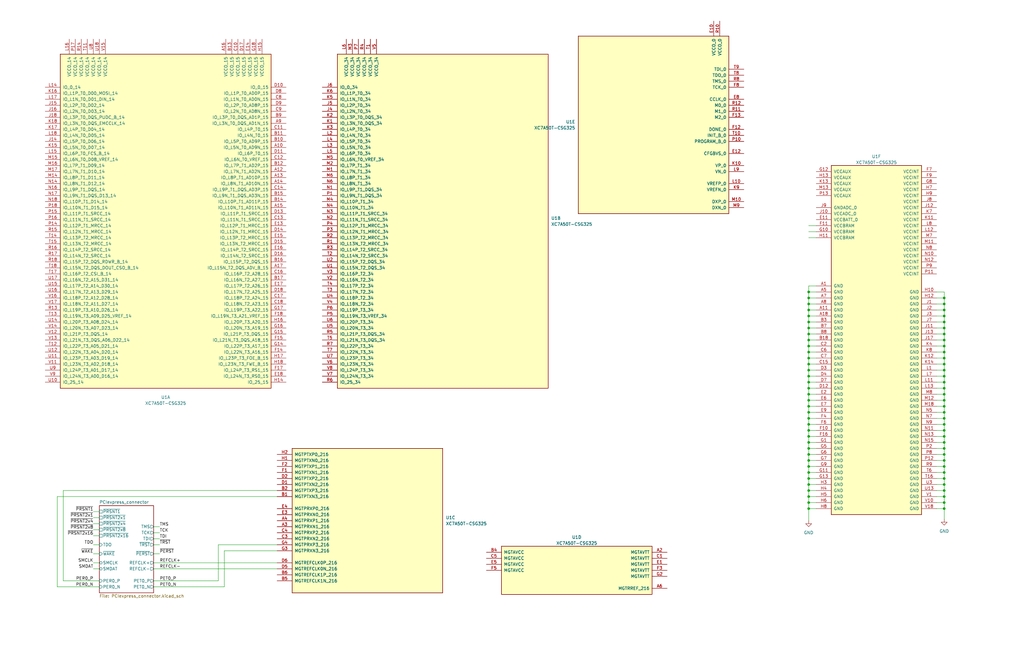
<source format=kicad_sch>
(kicad_sch (version 20230121) (generator eeschema)
  (paper "B")
  (title_block (title "PCIexpress_x1_low") (company "Author: Luca Anastasio"))
  (lib_symbols
    (symbol "FPGA_Xilinx_Artix7:XC7A50T-CSG325" (pin_names (offset 1.016))
      (property "Reference" "U" (at 0 1.27 0))
      (property "Value" "XC7A50T-CSG325" (at 0 -1.27 0))
      (symbol "XC7A50T-CSG325_1_1"
        (rectangle (start -44.45 67.31) (end 44.45 -73.66) (stroke (width 0.254)) (fill (type background)))
        (pin bidirectional line (at 50.8 27.94 180) (length 6.35) (name "IO_L5N_T0_AD9N_15") (number "A10"))
        (pin bidirectional line (at 50.8 17.78 180) (length 6.35) (name "IO_L7N_T1_AD2N_15") (number "A12"))
        (pin bidirectional line (at 50.8 15.24 180) (length 6.35) (name "IO_L8P_T1_AD10P_15") (number "A13"))
        (pin bidirectional line (at 50.8 12.7 180) (length 6.35) (name "IO_L8N_T1_AD10N_15") (number "A14"))
        (pin bidirectional line (at 50.8 2.54 180) (length 6.35) (name "IO_L10N_T1_AD11N_15") (number "A15"))
        (pin power_in line (at 25.4 73.66 270) (length 6.35) (name "VCCO_15") (number "A16"))
        (pin bidirectional line (at 50.8 -22.86 180) (length 6.35) (name "IO_L15N_T2_DQS_ADV_B_15") (number "A17"))
        (pin bidirectional line (at 50.8 38.1 180) (length 6.35) (name "IO_L3N_T0_DQS_AD1N_15") (number "A9"))
        (pin bidirectional line (at 50.8 30.48 180) (length 6.35) (name "IO_L5P_T0_AD9P_15") (number "B10"))
        (pin bidirectional line (at 50.8 33.02 180) (length 6.35) (name "IO_L4N_T0_15") (number "B11"))
        (pin bidirectional line (at 50.8 20.32 180) (length 6.35) (name "IO_L7P_T1_AD2P_15") (number "B12"))
        (pin power_in line (at 27.94 73.66 270) (length 6.35) (name "VCCO_15") (number "B13"))
        (pin bidirectional line (at 50.8 5.08 180) (length 6.35) (name "IO_L10P_T1_AD11P_15") (number "B14"))
        (pin bidirectional line (at 50.8 7.62 180) (length 6.35) (name "IO_L9N_T1_DQS_AD3N_15") (number "B15"))
        (pin bidirectional line (at 50.8 -20.32 180) (length 6.35) (name "IO_L15P_T2_DQS_15") (number "B16"))
        (pin bidirectional line (at 50.8 -27.94 180) (length 6.35) (name "IO_L16N_T2_A27_15") (number "B17"))
        (pin bidirectional line (at 50.8 40.64 180) (length 6.35) (name "IO_L3P_T0_DQS_AD1P_15") (number "B9"))
        (pin power_in line (at 30.48 73.66 270) (length 6.35) (name "VCCO_15") (number "C10"))
        (pin bidirectional line (at 50.8 35.56 180) (length 6.35) (name "IO_L4P_T0_15") (number "C11"))
        (pin bidirectional line (at 50.8 22.86 180) (length 6.35) (name "IO_L6N_T0_VREF_15") (number "C12"))
        (pin bidirectional line (at 50.8 -2.54 180) (length 6.35) (name "IO_L11N_T1_SRCC_15") (number "C13"))
        (pin bidirectional line (at 50.8 10.16 180) (length 6.35) (name "IO_L9P_T1_DQS_AD3P_15") (number "C14"))
        (pin bidirectional line (at 50.8 -25.4 180) (length 6.35) (name "IO_L16P_T2_A28_15") (number "C16"))
        (pin bidirectional line (at 50.8 -35.56 180) (length 6.35) (name "IO_L18P_T2_A24_15") (number "C17"))
        (pin bidirectional line (at 50.8 -38.1 180) (length 6.35) (name "IO_L18N_T2_A23_15") (number "C18"))
        (pin bidirectional line (at 50.8 48.26 180) (length 6.35) (name "IO_L1N_T0_AD0N_15") (number "C8"))
        (pin bidirectional line (at 50.8 43.18 180) (length 6.35) (name "IO_L2N_T0_AD8N_15") (number "C9"))
        (pin bidirectional line (at 50.8 53.34 180) (length 6.35) (name "IO_0_15") (number "D10"))
        (pin bidirectional line (at 50.8 25.4 180) (length 6.35) (name "IO_L6P_T0_15") (number "D11"))
        (pin bidirectional line (at 50.8 0 180) (length 6.35) (name "IO_L11P_T1_SRCC_15") (number "D13"))
        (pin bidirectional line (at 50.8 -7.62 180) (length 6.35) (name "IO_L12N_T1_MRCC_15") (number "D14"))
        (pin bidirectional line (at 50.8 -12.7 180) (length 6.35) (name "IO_L13N_T2_MRCC_15") (number "D15"))
        (pin bidirectional line (at 50.8 -17.78 180) (length 6.35) (name "IO_L14N_T2_SRCC_15") (number "D16"))
        (pin power_in line (at 33.02 73.66 270) (length 6.35) (name "VCCO_15") (number "D17"))
        (pin bidirectional line (at 50.8 -33.02 180) (length 6.35) (name "IO_L17N_T2_A25_15") (number "D18"))
        (pin bidirectional line (at 50.8 50.8 180) (length 6.35) (name "IO_L1P_T0_AD0P_15") (number "D8"))
        (pin bidirectional line (at 50.8 45.72 180) (length 6.35) (name "IO_L2P_T0_AD8P_15") (number "D9"))
        (pin bidirectional line (at 50.8 -5.08 180) (length 6.35) (name "IO_L12P_T1_MRCC_15") (number "E13"))
        (pin power_in line (at 35.56 73.66 270) (length 6.35) (name "VCCO_15") (number "E14"))
        (pin bidirectional line (at 50.8 -10.16 180) (length 6.35) (name "IO_L13P_T2_MRCC_15") (number "E15"))
        (pin bidirectional line (at 50.8 -15.24 180) (length 6.35) (name "IO_L14P_T2_SRCC_15") (number "E16"))
        (pin bidirectional line (at 50.8 -30.48 180) (length 6.35) (name "IO_L17P_T2_A26_15") (number "E17"))
        (pin bidirectional line (at 50.8 -68.58 180) (length 6.35) (name "IO_L24N_T3_RS0_15") (number "E18"))
        (pin bidirectional line (at 50.8 -58.42 180) (length 6.35) (name "IO_L22N_T3_A16_15") (number "F14"))
        (pin bidirectional line (at 50.8 -53.34 180) (length 6.35) (name "IO_L21N_T3_DQS_A18_15") (number "F15"))
        (pin bidirectional line (at 50.8 -66.04 180) (length 6.35) (name "IO_L24P_T3_RS1_15") (number "F17"))
        (pin bidirectional line (at 50.8 -43.18 180) (length 6.35) (name "IO_L19N_T3_A21_VREF_15") (number "F18"))
        (pin bidirectional line (at 50.8 -55.88 180) (length 6.35) (name "IO_L22P_T3_A17_15") (number "G14"))
        (pin bidirectional line (at 50.8 -50.8 180) (length 6.35) (name "IO_L21P_T3_DQS_15") (number "G15"))
        (pin bidirectional line (at 50.8 -48.26 180) (length 6.35) (name "IO_L20N_T3_A19_15") (number "G16"))
        (pin bidirectional line (at 50.8 -40.64 180) (length 6.35) (name "IO_L19P_T3_A22_15") (number "G17"))
        (pin power_in line (at 38.1 73.66 270) (length 6.35) (name "VCCO_15") (number "G18"))
        (pin bidirectional line (at 50.8 -71.12 180) (length 6.35) (name "IO_25_15") (number "H14"))
        (pin power_in line (at 40.64 73.66 270) (length 6.35) (name "VCCO_15") (number "H15"))
        (pin bidirectional line (at 50.8 -45.72 180) (length 6.35) (name "IO_L20P_T3_A20_15") (number "H16"))
        (pin bidirectional line (at 50.8 -60.96 180) (length 6.35) (name "IO_L23P_T3_FOE_B_15") (number "H17"))
        (pin bidirectional line (at 50.8 -63.5 180) (length 6.35) (name "IO_L23N_T3_FWE_B_15") (number "H18"))
        (pin bidirectional line (at -50.8 30.48 0) (length 6.35) (name "IO_L5P_T0_D06_14") (number "J14"))
        (pin bidirectional line (at -50.8 45.72 0) (length 6.35) (name "IO_L2P_T0_D02_14") (number "J15"))
        (pin bidirectional line (at -50.8 43.18 0) (length 6.35) (name "IO_L2N_T0_D03_14") (number "J16"))
        (pin bidirectional line (at -50.8 40.64 0) (length 6.35) (name "IO_L3P_T0_DQS_PUDC_B_14") (number "J18"))
        (pin bidirectional line (at -50.8 27.94 0) (length 6.35) (name "IO_L5N_T0_D07_14") (number "K15"))
        (pin bidirectional line (at -50.8 50.8 0) (length 6.35) (name "IO_L1P_T0_D00_MOSI_14") (number "K16"))
        (pin bidirectional line (at -50.8 35.56 0) (length 6.35) (name "IO_L4P_T0_D04_14") (number "K17"))
        (pin bidirectional line (at -50.8 38.1 0) (length 6.35) (name "IO_L3N_T0_DQS_EMCCLK_14") (number "K18"))
        (pin bidirectional line (at -50.8 53.34 0) (length 6.35) (name "IO_0_14") (number "L14"))
        (pin bidirectional line (at -50.8 25.4 0) (length 6.35) (name "IO_L6P_T0_FCS_B_14") (number "L15"))
        (pin power_in line (at -40.64 73.66 270) (length 6.35) (name "VCCO_14") (number "L16"))
        (pin bidirectional line (at -50.8 48.26 0) (length 6.35) (name "IO_L1N_T0_D01_DIN_14") (number "L17"))
        (pin bidirectional line (at -50.8 33.02 0) (length 6.35) (name "IO_L4N_T0_D05_14") (number "L18"))
        (pin bidirectional line (at -50.8 15.24 0) (length 6.35) (name "IO_L8P_T1_D11_14") (number "M14"))
        (pin bidirectional line (at -50.8 22.86 0) (length 6.35) (name "IO_L6N_T0_D08_VREF_14") (number "M15"))
        (pin bidirectional line (at -50.8 20.32 0) (length 6.35) (name "IO_L7P_T1_D09_14") (number "M16"))
        (pin bidirectional line (at -50.8 17.78 0) (length 6.35) (name "IO_L7N_T1_D10_14") (number "M17"))
        (pin bidirectional line (at -50.8 12.7 0) (length 6.35) (name "IO_L8N_T1_D12_14") (number "N14"))
        (pin bidirectional line (at -50.8 10.16 0) (length 6.35) (name "IO_L9P_T1_DQS_14") (number "N16"))
        (pin bidirectional line (at -50.8 7.62 0) (length 6.35) (name "IO_L9N_T1_DQS_D13_14") (number "N17"))
        (pin bidirectional line (at -50.8 5.08 0) (length 6.35) (name "IO_L10P_T1_D14_14") (number "N18"))
        (pin bidirectional line (at -50.8 -5.08 0) (length 6.35) (name "IO_L12P_T1_MRCC_14") (number "P14"))
        (pin bidirectional line (at -50.8 0 0) (length 6.35) (name "IO_L11P_T1_SRCC_14") (number "P15"))
        (pin bidirectional line (at -50.8 -2.54 0) (length 6.35) (name "IO_L11N_T1_SRCC_14") (number "P16"))
        (pin power_in line (at -38.1 73.66 270) (length 6.35) (name "VCCO_14") (number "P17"))
        (pin bidirectional line (at -50.8 2.54 0) (length 6.35) (name "IO_L10N_T1_D15_14") (number "P18"))
        (pin bidirectional line (at -50.8 -40.64 0) (length 6.35) (name "IO_L19P_T3_A10_D26_14") (number "R13"))
        (pin power_in line (at -35.56 73.66 270) (length 6.35) (name "VCCO_14") (number "R14"))
        (pin bidirectional line (at -50.8 -7.62 0) (length 6.35) (name "IO_L12N_T1_MRCC_14") (number "R15"))
        (pin bidirectional line (at -50.8 -15.24 0) (length 6.35) (name "IO_L14P_T2_SRCC_14") (number "R16"))
        (pin bidirectional line (at -50.8 -17.78 0) (length 6.35) (name "IO_L14N_T2_SRCC_14") (number "R17"))
        (pin bidirectional line (at -50.8 -20.32 0) (length 6.35) (name "IO_L15P_T2_DQS_RDWR_B_14") (number "R18"))
        (pin power_in line (at -33.02 73.66 270) (length 6.35) (name "VCCO_14") (number "T11"))
        (pin bidirectional line (at -50.8 -55.88 0) (length 6.35) (name "IO_L22P_T3_A05_D21_14") (number "T12"))
        (pin bidirectional line (at -50.8 -43.18 0) (length 6.35) (name "IO_L19N_T3_A09_D25_VREF_14") (number "T13"))
        (pin bidirectional line (at -50.8 -10.16 0) (length 6.35) (name "IO_L13P_T2_MRCC_14") (number "T14"))
        (pin bidirectional line (at -50.8 -12.7 0) (length 6.35) (name "IO_L13N_T2_MRCC_14") (number "T15"))
        (pin bidirectional line (at -50.8 -25.4 0) (length 6.35) (name "IO_L16P_T2_CSI_B_14") (number "T17"))
        (pin bidirectional line (at -50.8 -22.86 0) (length 6.35) (name "IO_L15N_T2_DQS_DOUT_CSO_B_14") (number "T18"))
        (pin bidirectional line (at -50.8 -71.12 0) (length 6.35) (name "IO_25_14") (number "U10"))
        (pin bidirectional line (at -50.8 -60.96 0) (length 6.35) (name "IO_L23P_T3_A03_D19_14") (number "U11"))
        (pin bidirectional line (at -50.8 -58.42 0) (length 6.35) (name "IO_L22N_T3_A04_D20_14") (number "U12"))
        (pin bidirectional line (at -50.8 -45.72 0) (length 6.35) (name "IO_L20P_T3_A08_D24_14") (number "U14"))
        (pin bidirectional line (at -50.8 -30.48 0) (length 6.35) (name "IO_L17P_T2_A14_D30_14") (number "U15"))
        (pin bidirectional line (at -50.8 -33.02 0) (length 6.35) (name "IO_L17N_T2_A13_D29_14") (number "U16"))
        (pin bidirectional line (at -50.8 -27.94 0) (length 6.35) (name "IO_L16N_T2_A15_D31_14") (number "U17"))
        (pin power_in line (at -27.94 73.66 270) (length 6.35) (name "VCCO_14") (number "U18"))
        (pin power_in line (at -30.48 73.66 270) (length 6.35) (name "VCCO_14") (number "U8"))
        (pin bidirectional line (at -50.8 -66.04 0) (length 6.35) (name "IO_L24P_T3_A01_D17_14") (number "U9"))
        (pin bidirectional line (at -50.8 -63.5 0) (length 6.35) (name "IO_L23N_T3_A02_D18_14") (number "V11"))
        (pin bidirectional line (at -50.8 -50.8 0) (length 6.35) (name "IO_L21P_T3_DQS_14") (number "V12"))
        (pin bidirectional line (at -50.8 -53.34 0) (length 6.35) (name "IO_L21N_T3_DQS_A06_D22_14") (number "V13"))
        (pin bidirectional line (at -50.8 -48.26 0) (length 6.35) (name "IO_L20N_T3_A07_D23_14") (number "V14"))
        (pin power_in line (at -25.4 73.66 270) (length 6.35) (name "VCCO_14") (number "V15"))
        (pin bidirectional line (at -50.8 -35.56 0) (length 6.35) (name "IO_L18P_T2_A12_D28_14") (number "V16"))
        (pin bidirectional line (at -50.8 -38.1 0) (length 6.35) (name "IO_L18N_T2_A11_D27_14") (number "V17"))
        (pin bidirectional line (at -50.8 -68.58 0) (length 6.35) (name "IO_L24N_T3_A00_D16_14") (number "V9"))
      )
      (symbol "XC7A50T-CSG325_2_1"
        (rectangle (start -44.45 67.31) (end 44.45 -73.66) (stroke (width 0.254)) (fill (type background)))
        (pin bidirectional line (at -50.8 43.18 0) (length 6.35) (name "IO_L2N_T0_34") (number "J4"))
        (pin bidirectional line (at -50.8 45.72 0) (length 6.35) (name "IO_L2P_T0_34") (number "J5"))
        (pin bidirectional line (at -50.8 53.34 0) (length 6.35) (name "IO_0_34") (number "J6"))
        (pin bidirectional line (at -50.8 38.1 0) (length 6.35) (name "IO_L3N_T0_DQS_34") (number "K1"))
        (pin bidirectional line (at -50.8 40.64 0) (length 6.35) (name "IO_L3P_T0_DQS_34") (number "K2"))
        (pin bidirectional line (at -50.8 35.56 0) (length 6.35) (name "IO_L4P_T0_34") (number "K3"))
        (pin bidirectional line (at -50.8 48.26 0) (length 6.35) (name "IO_L1N_T0_34") (number "K5"))
        (pin bidirectional line (at -50.8 50.8 0) (length 6.35) (name "IO_L1P_T0_34") (number "K6"))
        (pin bidirectional line (at -50.8 33.02 0) (length 6.35) (name "IO_L4N_T0_34") (number "L2"))
        (pin bidirectional line (at -50.8 27.94 0) (length 6.35) (name "IO_L5N_T0_34") (number "L3"))
        (pin bidirectional line (at -50.8 30.48 0) (length 6.35) (name "IO_L5P_T0_34") (number "L4"))
        (pin bidirectional line (at -50.8 25.4 0) (length 6.35) (name "IO_L6P_T0_34") (number "L5"))
        (pin power_in line (at -40.64 73.66 270) (length 6.35) (name "VCCO_34") (number "L6"))
        (pin bidirectional line (at -50.8 17.78 0) (length 6.35) (name "IO_L7N_T1_34") (number "M1"))
        (pin bidirectional line (at -50.8 20.32 0) (length 6.35) (name "IO_L7P_T1_34") (number "M2"))
        (pin power_in line (at -38.1 73.66 270) (length 6.35) (name "VCCO_34") (number "M3"))
        (pin bidirectional line (at -50.8 5.08 0) (length 6.35) (name "IO_L10P_T1_34") (number "M4"))
        (pin bidirectional line (at -50.8 22.86 0) (length 6.35) (name "IO_L6N_T0_VREF_34") (number "M5"))
        (pin bidirectional line (at -50.8 15.24 0) (length 6.35) (name "IO_L8P_T1_34") (number "M6"))
        (pin bidirectional line (at -50.8 10.16 0) (length 6.35) (name "IO_L9P_T1_DQS_34") (number "N1"))
        (pin bidirectional line (at -50.8 -2.54 0) (length 6.35) (name "IO_L11N_T1_SRCC_34") (number "N2"))
        (pin bidirectional line (at -50.8 0 0) (length 6.35) (name "IO_L11P_T1_SRCC_34") (number "N3"))
        (pin bidirectional line (at -50.8 2.54 0) (length 6.35) (name "IO_L10N_T1_34") (number "N4"))
        (pin bidirectional line (at -50.8 12.7 0) (length 6.35) (name "IO_L8N_T1_34") (number "N6"))
        (pin bidirectional line (at -50.8 7.62 0) (length 6.35) (name "IO_L9N_T1_DQS_34") (number "P1"))
        (pin bidirectional line (at -50.8 -7.62 0) (length 6.35) (name "IO_L12N_T1_MRCC_34") (number "P3"))
        (pin bidirectional line (at -50.8 -5.08 0) (length 6.35) (name "IO_L12P_T1_MRCC_34") (number "P4"))
        (pin bidirectional line (at -50.8 -43.18 0) (length 6.35) (name "IO_L19N_T3_VREF_34") (number "P5"))
        (pin bidirectional line (at -50.8 -40.64 0) (length 6.35) (name "IO_L19P_T3_34") (number "P6"))
        (pin power_in line (at -35.56 73.66 270) (length 6.35) (name "VCCO_34") (number "P7"))
        (pin bidirectional line (at -50.8 -12.7 0) (length 6.35) (name "IO_L13N_T2_MRCC_34") (number "R1"))
        (pin bidirectional line (at -50.8 -10.16 0) (length 6.35) (name "IO_L13P_T2_MRCC_34") (number "R2"))
        (pin bidirectional line (at -50.8 -15.24 0) (length 6.35) (name "IO_L14P_T2_SRCC_34") (number "R3"))
        (pin power_in line (at -33.02 73.66 270) (length 6.35) (name "VCCO_34") (number "R4"))
        (pin bidirectional line (at -50.8 -50.8 0) (length 6.35) (name "IO_L21P_T3_DQS_34") (number "R5"))
        (pin bidirectional line (at -50.8 -71.12 0) (length 6.35) (name "IO_25_34") (number "R6"))
        (pin bidirectional line (at -50.8 -55.88 0) (length 6.35) (name "IO_L22P_T3_34") (number "R7"))
        (pin power_in line (at -30.48 73.66 270) (length 6.35) (name "VCCO_34") (number "T1"))
        (pin bidirectional line (at -50.8 -17.78 0) (length 6.35) (name "IO_L14N_T2_SRCC_34") (number "T2"))
        (pin bidirectional line (at -50.8 -33.02 0) (length 6.35) (name "IO_L17N_T2_34") (number "T3"))
        (pin bidirectional line (at -50.8 -30.48 0) (length 6.35) (name "IO_L17P_T2_34") (number "T4"))
        (pin bidirectional line (at -50.8 -53.34 0) (length 6.35) (name "IO_L21N_T3_DQS_34") (number "T5"))
        (pin bidirectional line (at -50.8 -58.42 0) (length 6.35) (name "IO_L22N_T3_34") (number "T7"))
        (pin bidirectional line (at -50.8 -22.86 0) (length 6.35) (name "IO_L15N_T2_DQS_34") (number "U1"))
        (pin bidirectional line (at -50.8 -20.32 0) (length 6.35) (name "IO_L15P_T2_DQS_34") (number "U2"))
        (pin bidirectional line (at -50.8 -35.56 0) (length 6.35) (name "IO_L18P_T2_34") (number "U4"))
        (pin bidirectional line (at -50.8 -48.26 0) (length 6.35) (name "IO_L20N_T3_34") (number "U5"))
        (pin bidirectional line (at -50.8 -45.72 0) (length 6.35) (name "IO_L20P_T3_34") (number "U6"))
        (pin bidirectional line (at -50.8 -60.96 0) (length 6.35) (name "IO_L23P_T3_34") (number "U7"))
        (pin bidirectional line (at -50.8 -27.94 0) (length 6.35) (name "IO_L16N_T2_34") (number "V2"))
        (pin bidirectional line (at -50.8 -25.4 0) (length 6.35) (name "IO_L16P_T2_34") (number "V3"))
        (pin bidirectional line (at -50.8 -38.1 0) (length 6.35) (name "IO_L18N_T2_34") (number "V4"))
        (pin power_in line (at -27.94 73.66 270) (length 6.35) (name "VCCO_34") (number "V5"))
        (pin bidirectional line (at -50.8 -63.5 0) (length 6.35) (name "IO_L23N_T3_34") (number "V6"))
        (pin bidirectional line (at -50.8 -68.58 0) (length 6.35) (name "IO_L24N_T3_34") (number "V7"))
        (pin bidirectional line (at -50.8 -66.04 0) (length 6.35) (name "IO_L24P_T3_34") (number "V8"))
      )
      (symbol "XC7A50T-CSG325_3_1"
        (rectangle (start -31.75 30.48) (end 31.75 -30.48) (stroke (width 0.254)) (fill (type background)))
        (pin bidirectional line (at -38.1 -2.54 0) (length 6.35) (name "MGTPRXN1_216") (number "A3"))
        (pin bidirectional line (at -38.1 0 0) (length 6.35) (name "MGTPRXP1_216") (number "A4"))
        (pin bidirectional line (at -38.1 10.16 0) (length 6.35) (name "MGTPTXN3_216") (number "B1"))
        (pin bidirectional line (at -38.1 12.7 0) (length 6.35) (name "MGTPTXP3_216") (number "B2"))
        (pin bidirectional line (at -38.1 -25.4 0) (length 6.35) (name "MGTREFCLK1N_216") (number "B5"))
        (pin bidirectional line (at -38.1 -22.86 0) (length 6.35) (name "MGTREFCLK1P_216") (number "B6"))
        (pin bidirectional line (at -38.1 -7.62 0) (length 6.35) (name "MGTPRXN2_216") (number "C3"))
        (pin bidirectional line (at -38.1 -5.08 0) (length 6.35) (name "MGTPRXP2_216") (number "C4"))
        (pin bidirectional line (at -38.1 15.24 0) (length 6.35) (name "MGTPTXN2_216") (number "D1"))
        (pin bidirectional line (at -38.1 17.78 0) (length 6.35) (name "MGTPTXP2_216") (number "D2"))
        (pin bidirectional line (at -38.1 -20.32 0) (length 6.35) (name "MGTREFCLK0N_216") (number "D5"))
        (pin bidirectional line (at -38.1 -17.78 0) (length 6.35) (name "MGTREFCLK0P_216") (number "D6"))
        (pin bidirectional line (at -38.1 2.54 0) (length 6.35) (name "MGTPRXN0_216") (number "E3"))
        (pin bidirectional line (at -38.1 5.08 0) (length 6.35) (name "MGTPRXP0_216") (number "E4"))
        (pin bidirectional line (at -38.1 20.32 0) (length 6.35) (name "MGTPTXN1_216") (number "F1"))
        (pin bidirectional line (at -38.1 22.86 0) (length 6.35) (name "MGTPTXP1_216") (number "F2"))
        (pin bidirectional line (at -38.1 -12.7 0) (length 6.35) (name "MGTPRXN3_216") (number "G3"))
        (pin bidirectional line (at -38.1 -10.16 0) (length 6.35) (name "MGTPRXP3_216") (number "G4"))
        (pin bidirectional line (at -38.1 25.4 0) (length 6.35) (name "MGTPTXN0_216") (number "H1"))
        (pin bidirectional line (at -38.1 27.94 0) (length 6.35) (name "MGTPTXP0_216") (number "H2"))
      )
      (symbol "XC7A50T-CSG325_4_1"
        (rectangle (start -31.75 10.16) (end 31.75 -10.16) (stroke (width 0.254)) (fill (type background)))
        (pin power_in line (at 38.1 7.62 180) (length 6.35) (name "MGTAVTT") (number "A2"))
        (pin power_in line (at 38.1 -7.62 180) (length 6.35) (name "MGTRREF_216") (number "A6"))
        (pin power_in line (at -38.1 7.62 0) (length 6.35) (name "MGTAVCC") (number "B4"))
        (pin power_in line (at 38.1 5.08 180) (length 6.35) (name "MGTAVTT") (number "C1"))
        (pin power_in line (at -38.1 5.08 0) (length 6.35) (name "MGTAVCC") (number "C5"))
        (pin power_in line (at 38.1 2.54 180) (length 6.35) (name "MGTAVTT") (number "E1"))
        (pin power_in line (at -38.1 2.54 0) (length 6.35) (name "MGTAVCC") (number "E5"))
        (pin power_in line (at 38.1 0 180) (length 6.35) (name "MGTAVTT") (number "F3"))
        (pin power_in line (at -38.1 0 0) (length 6.35) (name "MGTAVCC") (number "F5"))
        (pin power_in line (at 38.1 -2.54 180) (length 6.35) (name "MGTAVTT") (number "G2"))
      )
      (symbol "XC7A50T-CSG325_5_1"
        (rectangle (start -31.75 34.29) (end 31.75 -40.64) (stroke (width 0.254)) (fill (type background)))
        (pin power_in line (at 25.4 40.64 270) (length 6.35) (name "VCCO_0") (number "E10"))
        (pin bidirectional line (at 38.1 -15.24 180) (length 6.35) (name "CFGBVS_0") (number "E12"))
        (pin bidirectional line (at 38.1 7.62 180) (length 6.35) (name "CCLK_0") (number "E8"))
        (pin bidirectional line (at 38.1 -5.08 180) (length 6.35) (name "DONE_0") (number "F12"))
        (pin bidirectional line (at 38.1 0 180) (length 6.35) (name "M2_0") (number "F13"))
        (pin bidirectional line (at 38.1 12.7 180) (length 6.35) (name "TCK_0") (number "F8"))
        (pin bidirectional line (at 38.1 -20.32 180) (length 6.35) (name "VP_0") (number "K10"))
        (pin bidirectional line (at 38.1 -30.48 180) (length 6.35) (name "VREFN_0") (number "K9"))
        (pin bidirectional line (at 38.1 -27.94 180) (length 6.35) (name "VREFP_0") (number "L10"))
        (pin bidirectional line (at 38.1 -22.86 180) (length 6.35) (name "VN_0") (number "L9"))
        (pin bidirectional line (at 38.1 -35.56 180) (length 6.35) (name "DXP_0") (number "M10"))
        (pin bidirectional line (at 38.1 -38.1 180) (length 6.35) (name "DXN_0") (number "M9"))
        (pin bidirectional line (at 38.1 -10.16 180) (length 6.35) (name "PROGRAM_B_0") (number "P10"))
        (pin power_in line (at 27.94 40.64 270) (length 6.35) (name "VCCO_0") (number "R10"))
        (pin bidirectional line (at 38.1 2.54 180) (length 6.35) (name "M1_0") (number "R11"))
        (pin bidirectional line (at 38.1 5.08 180) (length 6.35) (name "M0_0") (number "R12"))
        (pin bidirectional line (at 38.1 15.24 180) (length 6.35) (name "TMS_0") (number "R8"))
        (pin bidirectional line (at 38.1 -7.62 180) (length 6.35) (name "INIT_B_0") (number "T10"))
        (pin bidirectional line (at 38.1 17.78 180) (length 6.35) (name "TDO_0") (number "T8"))
        (pin bidirectional line (at 38.1 20.32 180) (length 6.35) (name "TDI_0") (number "T9"))
      )
      (symbol "XC7A50T-CSG325_6_1"
        (rectangle (start -19.05 73.66) (end 19.05 -73.66) (stroke (width 0.254)) (fill (type background)))
        (pin power_in line (at -25.4 22.86 0) (length 6.35) (name "GND") (number "A1"))
        (pin power_in line (at -25.4 12.7 0) (length 6.35) (name "GND") (number "A11"))
        (pin power_in line (at -25.4 10.16 0) (length 6.35) (name "GND") (number "A18"))
        (pin power_in line (at -25.4 20.32 0) (length 6.35) (name "GND") (number "A5"))
        (pin power_in line (at -25.4 17.78 0) (length 6.35) (name "GND") (number "A7"))
        (pin power_in line (at -25.4 15.24 0) (length 6.35) (name "GND") (number "A8"))
        (pin power_in line (at -25.4 0 0) (length 6.35) (name "GND") (number "B18"))
        (pin power_in line (at -25.4 7.62 0) (length 6.35) (name "GND") (number "B3"))
        (pin power_in line (at -25.4 5.08 0) (length 6.35) (name "GND") (number "B7"))
        (pin power_in line (at -25.4 2.54 0) (length 6.35) (name "GND") (number "B8"))
        (pin power_in line (at -25.4 -10.16 0) (length 6.35) (name "GND") (number "C15"))
        (pin power_in line (at -25.4 -2.54 0) (length 6.35) (name "GND") (number "C2"))
        (pin power_in line (at -25.4 -5.08 0) (length 6.35) (name "GND") (number "C6"))
        (pin power_in line (at -25.4 -7.62 0) (length 6.35) (name "GND") (number "C7"))
        (pin power_in line (at -25.4 -20.32 0) (length 6.35) (name "GND") (number "D12"))
        (pin power_in line (at -25.4 -12.7 0) (length 6.35) (name "GND") (number "D3"))
        (pin power_in line (at -25.4 -15.24 0) (length 6.35) (name "GND") (number "D4"))
        (pin power_in line (at -25.4 -17.78 0) (length 6.35) (name "GND") (number "D7"))
        (pin power_in line (at -25.4 50.8 0) (length 6.35) (name "VCCBATT_0") (number "E11"))
        (pin power_in line (at -25.4 -22.86 0) (length 6.35) (name "GND") (number "E2"))
        (pin power_in line (at -25.4 -25.4 0) (length 6.35) (name "GND") (number "E6"))
        (pin power_in line (at -25.4 -27.94 0) (length 6.35) (name "GND") (number "E7"))
        (pin power_in line (at -25.4 -30.48 0) (length 6.35) (name "GND") (number "E9"))
        (pin power_in line (at -25.4 -38.1 0) (length 6.35) (name "GND") (number "F10"))
        (pin power_in line (at -25.4 48.26 0) (length 6.35) (name "VCCBRAM") (number "F11"))
        (pin power_in line (at -25.4 -40.64 0) (length 6.35) (name "GND") (number "F16"))
        (pin power_in line (at -25.4 -33.02 0) (length 6.35) (name "GND") (number "F4"))
        (pin power_in line (at -25.4 -35.56 0) (length 6.35) (name "GND") (number "F6"))
        (pin power_in line (at 25.4 71.12 180) (length 6.35) (name "VCCINT") (number "F7"))
        (pin power_in line (at 25.4 68.58 180) (length 6.35) (name "VCCINT") (number "F9"))
        (pin power_in line (at -25.4 -43.18 0) (length 6.35) (name "GND") (number "G1"))
        (pin power_in line (at -25.4 45.72 0) (length 6.35) (name "VCCBRAM") (number "G10"))
        (pin power_in line (at -25.4 -55.88 0) (length 6.35) (name "GND") (number "G11"))
        (pin power_in line (at -25.4 71.12 0) (length 6.35) (name "VCCAUX") (number "G12"))
        (pin power_in line (at -25.4 -58.42 0) (length 6.35) (name "GND") (number "G13"))
        (pin power_in line (at -25.4 -45.72 0) (length 6.35) (name "GND") (number "G5"))
        (pin power_in line (at -25.4 -48.26 0) (length 6.35) (name "GND") (number "G6"))
        (pin power_in line (at -25.4 -50.8 0) (length 6.35) (name "GND") (number "G7"))
        (pin power_in line (at 25.4 66.04 180) (length 6.35) (name "VCCINT") (number "G8"))
        (pin power_in line (at -25.4 -53.34 0) (length 6.35) (name "GND") (number "G9"))
        (pin power_in line (at 25.4 20.32 180) (length 6.35) (name "GND") (number "H10"))
        (pin power_in line (at -25.4 43.18 0) (length 6.35) (name "VCCBRAM") (number "H11"))
        (pin power_in line (at 25.4 17.78 180) (length 6.35) (name "GND") (number "H12"))
        (pin power_in line (at -25.4 68.58 0) (length 6.35) (name "VCCAUX") (number "H13"))
        (pin power_in line (at -25.4 -60.96 0) (length 6.35) (name "GND") (number "H3"))
        (pin power_in line (at -25.4 -63.5 0) (length 6.35) (name "GND") (number "H4"))
        (pin power_in line (at -25.4 -66.04 0) (length 6.35) (name "GND") (number "H5"))
        (pin power_in line (at -25.4 -68.58 0) (length 6.35) (name "GND") (number "H6"))
        (pin power_in line (at 25.4 63.5 180) (length 6.35) (name "VCCINT") (number "H7"))
        (pin power_in line (at -25.4 -71.12 0) (length 6.35) (name "GND") (number "H8"))
        (pin power_in line (at 25.4 60.96 180) (length 6.35) (name "VCCINT") (number "H9"))
        (pin power_in line (at 25.4 15.24 180) (length 6.35) (name "GND") (number "J1"))
        (pin power_in line (at -25.4 53.34 0) (length 6.35) (name "VCCADC_0") (number "J10"))
        (pin power_in line (at 25.4 5.08 180) (length 6.35) (name "GND") (number "J11"))
        (pin power_in line (at 25.4 55.88 180) (length 6.35) (name "VCCINT") (number "J12"))
        (pin power_in line (at 25.4 2.54 180) (length 6.35) (name "GND") (number "J13"))
        (pin power_in line (at 25.4 0 180) (length 6.35) (name "GND") (number "J17"))
        (pin power_in line (at 25.4 12.7 180) (length 6.35) (name "GND") (number "J2"))
        (pin power_in line (at 25.4 10.16 180) (length 6.35) (name "GND") (number "J3"))
        (pin power_in line (at 25.4 7.62 180) (length 6.35) (name "GND") (number "J7"))
        (pin power_in line (at 25.4 58.42 180) (length 6.35) (name "VCCINT") (number "J8"))
        (pin power_in line (at -25.4 55.88 0) (length 6.35) (name "GNDADC_0") (number "J9"))
        (pin power_in line (at 25.4 50.8 180) (length 6.35) (name "VCCINT") (number "K11"))
        (pin power_in line (at 25.4 -7.62 180) (length 6.35) (name "GND") (number "K12"))
        (pin power_in line (at -25.4 66.04 0) (length 6.35) (name "VCCAUX") (number "K13"))
        (pin power_in line (at 25.4 -10.16 180) (length 6.35) (name "GND") (number "K14"))
        (pin power_in line (at 25.4 -2.54 180) (length 6.35) (name "GND") (number "K4"))
        (pin power_in line (at 25.4 53.34 180) (length 6.35) (name "VCCINT") (number "K7"))
        (pin power_in line (at 25.4 -5.08 180) (length 6.35) (name "GND") (number "K8"))
        (pin power_in line (at 25.4 -12.7 180) (length 6.35) (name "GND") (number "L1"))
        (pin power_in line (at 25.4 -17.78 180) (length 6.35) (name "GND") (number "L11"))
        (pin power_in line (at 25.4 45.72 180) (length 6.35) (name "VCCINT") (number "L12"))
        (pin power_in line (at 25.4 -20.32 180) (length 6.35) (name "GND") (number "L13"))
        (pin power_in line (at 25.4 -15.24 180) (length 6.35) (name "GND") (number "L7"))
        (pin power_in line (at 25.4 48.26 180) (length 6.35) (name "VCCINT") (number "L8"))
        (pin power_in line (at 25.4 40.64 180) (length 6.35) (name "VCCINT") (number "M11"))
        (pin power_in line (at 25.4 -25.4 180) (length 6.35) (name "GND") (number "M12"))
        (pin power_in line (at -25.4 63.5 0) (length 6.35) (name "VCCAUX") (number "M13"))
        (pin power_in line (at 25.4 -27.94 180) (length 6.35) (name "GND") (number "M18"))
        (pin power_in line (at 25.4 43.18 180) (length 6.35) (name "VCCINT") (number "M7"))
        (pin power_in line (at 25.4 -22.86 180) (length 6.35) (name "GND") (number "M8"))
        (pin power_in line (at 25.4 35.56 180) (length 6.35) (name "VCCINT") (number "N10"))
        (pin power_in line (at 25.4 -38.1 180) (length 6.35) (name "GND") (number "N11"))
        (pin power_in line (at 25.4 33.02 180) (length 6.35) (name "VCCINT") (number "N12"))
        (pin power_in line (at 25.4 -40.64 180) (length 6.35) (name "GND") (number "N13"))
        (pin power_in line (at 25.4 -43.18 180) (length 6.35) (name "GND") (number "N15"))
        (pin power_in line (at 25.4 -30.48 180) (length 6.35) (name "GND") (number "N5"))
        (pin power_in line (at 25.4 -33.02 180) (length 6.35) (name "GND") (number "N7"))
        (pin power_in line (at 25.4 38.1 180) (length 6.35) (name "VCCINT") (number "N8"))
        (pin power_in line (at 25.4 -35.56 180) (length 6.35) (name "GND") (number "N9"))
        (pin power_in line (at 25.4 27.94 180) (length 6.35) (name "VCCINT") (number "P11"))
        (pin power_in line (at 25.4 -50.8 180) (length 6.35) (name "GND") (number "P12"))
        (pin power_in line (at -25.4 60.96 0) (length 6.35) (name "VCCAUX") (number "P13"))
        (pin power_in line (at 25.4 -45.72 180) (length 6.35) (name "GND") (number "P2"))
        (pin power_in line (at 25.4 -48.26 180) (length 6.35) (name "GND") (number "P8"))
        (pin power_in line (at 25.4 30.48 180) (length 6.35) (name "VCCINT") (number "P9"))
        (pin power_in line (at 25.4 -53.34 180) (length 6.35) (name "GND") (number "R9"))
        (pin power_in line (at 25.4 -58.42 180) (length 6.35) (name "GND") (number "T16"))
        (pin power_in line (at 25.4 -55.88 180) (length 6.35) (name "GND") (number "T6"))
        (pin power_in line (at 25.4 -63.5 180) (length 6.35) (name "GND") (number "U13"))
        (pin power_in line (at 25.4 -60.96 180) (length 6.35) (name "GND") (number "U3"))
        (pin power_in line (at 25.4 -66.04 180) (length 6.35) (name "GND") (number "V1"))
        (pin power_in line (at 25.4 -68.58 180) (length 6.35) (name "GND") (number "V10"))
        (pin power_in line (at 25.4 -71.12 180) (length 6.35) (name "GND") (number "V18"))
      )
    )
    (symbol "power:GND" (power) (pin_names (offset 0))
      (property "Value" "GND" (at 0 -3.81 0))
      (symbol "GND_0_1"
        (polyline (pts (xy 0 0) (xy 0 -1.27) (xy 1.27 -1.27) (xy 0 -2.54) (xy -1.27 -1.27) (xy 0 -1.27)))
      )
      (symbol "GND_1_1"
        (pin power_in line (at 0 0 270) (length 0) hide (name "GND") (number "1"))
      )
    )
  )
  (junction (at 398.145 184.15))
  (junction (at 340.995 179.07))
  (junction (at 340.995 146.05))
  (junction (at 398.145 189.23))
  (junction (at 398.145 196.85))
  (junction (at 340.995 173.99))
  (junction (at 340.995 138.43))
  (junction (at 340.995 161.29))
  (junction (at 398.145 214.63))
  (junction (at 340.995 148.59))
  (junction (at 398.145 204.47))
  (junction (at 340.995 199.39))
  (junction (at 340.995 214.63))
  (junction (at 398.145 201.93))
  (junction (at 340.995 135.89))
  (junction (at 340.995 184.15))
  (junction (at 398.145 158.75))
  (junction (at 340.995 130.81))
  (junction (at 398.145 168.91))
  (junction (at 340.995 156.21))
  (junction (at 340.995 163.83))
  (junction (at 398.145 146.05))
  (junction (at 398.145 166.37))
  (junction (at 340.995 212.09))
  (junction (at 398.145 212.09))
  (junction (at 340.995 181.61))
  (junction (at 398.145 151.13))
  (junction (at 340.995 123.19))
  (junction (at 398.145 191.77))
  (junction (at 340.995 209.55))
  (junction (at 340.995 189.23))
  (junction (at 340.995 168.91))
  (junction (at 340.995 140.97))
  (junction (at 398.145 176.53))
  (junction (at 398.145 135.89))
  (junction (at 340.995 176.53))
  (junction (at 398.145 128.27))
  (junction (at 340.995 143.51))
  (junction (at 340.995 125.73))
  (junction (at 398.145 207.01))
  (junction (at 340.995 207.01))
  (junction (at 340.995 186.69))
  (junction (at 340.995 166.37))
  (junction (at 398.145 163.83))
  (junction (at 340.995 171.45))
  (junction (at 340.995 196.85))
  (junction (at 398.145 181.61))
  (junction (at 398.145 173.99))
  (junction (at 398.145 143.51))
  (junction (at 340.995 128.27))
  (junction (at 398.145 194.31))
  (junction (at 398.145 171.45))
  (junction (at 398.145 140.97))
  (junction (at 340.995 158.75))
  (junction (at 398.145 138.43))
  (junction (at 398.145 186.69))
  (junction (at 398.145 161.29))
  (junction (at 340.995 204.47))
  (junction (at 398.145 130.81))
  (junction (at 398.145 179.07))
  (junction (at 398.145 156.21))
  (junction (at 398.145 209.55))
  (junction (at 398.145 148.59))
  (junction (at 340.995 133.35))
  (junction (at 398.145 153.67))
  (junction (at 398.145 125.73))
  (junction (at 398.145 199.39))
  (junction (at 398.145 133.35))
  (junction (at 340.995 194.31))
  (junction (at 340.995 201.93))
  (junction (at 340.995 191.77))
  (junction (at 340.995 151.13))
  (junction (at 340.995 153.67))
  (wire (pts (xy 340.995 181.61) (xy 340.995 184.15)))
  (wire (pts (xy 39.37 229.87) (xy 41.91 229.87)))
  (wire (pts (xy 344.17 123.19) (xy 340.995 123.19)))
  (wire (pts (xy 340.995 179.07) (xy 340.995 181.61)))
  (wire (pts (xy 340.995 146.05) (xy 340.995 148.59)))
  (wire (pts (xy 394.97 146.05) (xy 398.145 146.05)))
  (wire (pts (xy 394.97 128.27) (xy 398.145 128.27)))
  (wire (pts (xy 64.77 229.87) (xy 67.31 229.87)))
  (wire (pts (xy 398.145 156.21) (xy 398.145 153.67)))
  (wire (pts (xy 398.145 166.37) (xy 398.145 163.83)))
  (wire (pts (xy 340.995 143.51) (xy 340.995 146.05)))
  (wire (pts (xy 398.145 171.45) (xy 398.145 168.91)))
  (wire (pts (xy 340.995 204.47) (xy 340.995 207.01)))
  (wire (pts (xy 398.145 140.97) (xy 398.145 138.43)))
  (wire (pts (xy 344.17 125.73) (xy 340.995 125.73)))
  (wire (pts (xy 116.84 209.55) (xy 24.13 209.55)))
  (wire (pts (xy 398.145 151.13) (xy 398.145 148.59)))
  (wire (pts (xy 340.995 212.09) (xy 340.995 214.63)))
  (wire (pts (xy 398.145 212.09) (xy 398.145 209.55)))
  (wire (pts (xy 394.97 207.01) (xy 398.145 207.01)))
  (wire (pts (xy 344.17 166.37) (xy 340.995 166.37)))
  (wire (pts (xy 344.17 179.07) (xy 340.995 179.07)))
  (wire (pts (xy 24.13 209.55) (xy 24.13 247.65)))
  (wire (pts (xy 398.145 161.29) (xy 398.145 158.75)))
  (wire (pts (xy 394.97 204.47) (xy 398.145 204.47)))
  (wire (pts (xy 344.17 161.29) (xy 340.995 161.29)))
  (wire (pts (xy 394.97 138.43) (xy 398.145 138.43)))
  (wire (pts (xy 398.145 146.05) (xy 398.145 143.51)))
  (wire (pts (xy 39.37 223.52) (xy 41.91 223.52)))
  (wire (pts (xy 26.67 245.11) (xy 41.91 245.11)))
  (wire (pts (xy 394.97 176.53) (xy 398.145 176.53)))
  (wire (pts (xy 344.17 212.09) (xy 340.995 212.09)))
  (wire (pts (xy 340.995 214.63) (xy 340.995 219.71)))
  (wire (pts (xy 398.145 168.91) (xy 398.145 166.37)))
  (wire (pts (xy 394.97 158.75) (xy 398.145 158.75)))
  (wire (pts (xy 394.97 163.83) (xy 398.145 163.83)))
  (wire (pts (xy 344.17 135.89) (xy 340.995 135.89)))
  (wire (pts (xy 394.97 191.77) (xy 398.145 191.77)))
  (wire (pts (xy 344.17 146.05) (xy 340.995 146.05)))
  (wire (pts (xy 394.97 125.73) (xy 398.145 125.73)))
  (wire (pts (xy 398.145 194.31) (xy 398.145 191.77)))
  (wire (pts (xy 398.145 153.67) (xy 398.145 151.13)))
  (wire (pts (xy 344.17 163.83) (xy 340.995 163.83)))
  (wire (pts (xy 344.17 138.43) (xy 340.995 138.43)))
  (wire (pts (xy 344.17 140.97) (xy 340.995 140.97)))
  (wire (pts (xy 340.995 148.59) (xy 340.995 151.13)))
  (wire (pts (xy 398.145 199.39) (xy 398.145 196.85)))
  (wire (pts (xy 340.995 140.97) (xy 340.995 143.51)))
  (wire (pts (xy 398.145 143.51) (xy 398.145 140.97)))
  (wire (pts (xy 340.995 151.13) (xy 340.995 153.67)))
  (wire (pts (xy 394.97 153.67) (xy 398.145 153.67)))
  (wire (pts (xy 398.145 130.81) (xy 398.145 128.27)))
  (wire (pts (xy 340.995 156.21) (xy 340.995 158.75)))
  (wire (pts (xy 340.995 135.89) (xy 340.995 138.43)))
  (wire (pts (xy 39.37 226.06) (xy 41.91 226.06)))
  (wire (pts (xy 340.995 207.01) (xy 340.995 209.55)))
  (wire (pts (xy 394.97 143.51) (xy 398.145 143.51)))
  (wire (pts (xy 394.97 212.09) (xy 398.145 212.09)))
  (wire (pts (xy 344.17 191.77) (xy 340.995 191.77)))
  (wire (pts (xy 92.075 229.87) (xy 116.84 229.87)))
  (wire (pts (xy 398.145 196.85) (xy 398.145 194.31)))
  (wire (pts (xy 64.77 237.49) (xy 116.84 237.49)))
  (wire (pts (xy 394.97 201.93) (xy 398.145 201.93)))
  (wire (pts (xy 394.97 196.85) (xy 398.145 196.85)))
  (wire (pts (xy 344.17 128.27) (xy 340.995 128.27)))
  (wire (pts (xy 398.145 191.77) (xy 398.145 189.23)))
  (wire (pts (xy 398.145 133.35) (xy 398.145 130.81)))
  (wire (pts (xy 64.77 222.25) (xy 67.31 222.25)))
  (wire (pts (xy 340.995 130.81) (xy 340.995 133.35)))
  (wire (pts (xy 394.97 168.91) (xy 398.145 168.91)))
  (wire (pts (xy 340.995 173.99) (xy 340.995 176.53)))
  (wire (pts (xy 340.995 184.15) (xy 340.995 186.69)))
  (wire (pts (xy 398.145 214.63) (xy 398.145 219.075)))
  (wire (pts (xy 64.77 227.33) (xy 67.31 227.33)))
  (wire (pts (xy 116.84 207.01) (xy 26.67 207.01)))
  (wire (pts (xy 340.995 125.73) (xy 340.995 128.27)))
  (wire (pts (xy 340.995 194.31) (xy 340.995 196.85)))
  (wire (pts (xy 398.145 207.01) (xy 398.145 204.47)))
  (wire (pts (xy 398.145 186.69) (xy 398.145 184.15)))
  (wire (pts (xy 340.995 153.67) (xy 340.995 156.21)))
  (wire (pts (xy 340.995 201.93) (xy 340.995 204.47)))
  (wire (pts (xy 344.17 151.13) (xy 340.995 151.13)))
  (wire (pts (xy 394.97 135.89) (xy 398.145 135.89)))
  (wire (pts (xy 344.17 130.81) (xy 340.995 130.81)))
  (wire (pts (xy 398.145 181.61) (xy 398.145 179.07)))
  (wire (pts (xy 394.97 123.19) (xy 398.145 123.19)))
  (wire (pts (xy 340.995 171.45) (xy 340.995 173.99)))
  (wire (pts (xy 394.97 140.97) (xy 398.145 140.97)))
  (wire (pts (xy 340.995 138.43) (xy 340.995 140.97)))
  (wire (pts (xy 24.13 247.65) (xy 41.91 247.65)))
  (wire (pts (xy 340.995 189.23) (xy 340.995 191.77)))
  (wire (pts (xy 39.37 240.03) (xy 41.91 240.03)))
  (wire (pts (xy 344.17 189.23) (xy 340.995 189.23)))
  (wire (pts (xy 64.77 233.68) (xy 67.31 233.68)))
  (wire (pts (xy 64.77 240.03) (xy 116.84 240.03)))
  (wire (pts (xy 340.995 133.35) (xy 340.995 135.89)))
  (wire (pts (xy 394.97 151.13) (xy 398.145 151.13)))
  (wire (pts (xy 394.97 156.21) (xy 398.145 156.21)))
  (wire (pts (xy 344.17 95.25) (xy 340.995 95.25)))
  (wire (pts (xy 344.17 148.59) (xy 340.995 148.59)))
  (wire (pts (xy 398.145 148.59) (xy 398.145 146.05)))
  (wire (pts (xy 94.615 232.41) (xy 116.84 232.41)))
  (wire (pts (xy 340.995 168.91) (xy 340.995 171.45)))
  (wire (pts (xy 344.17 214.63) (xy 340.995 214.63)))
  (wire (pts (xy 394.97 181.61) (xy 398.145 181.61)))
  (wire (pts (xy 398.145 173.99) (xy 398.145 171.45)))
  (wire (pts (xy 394.97 133.35) (xy 398.145 133.35)))
  (wire (pts (xy 344.17 204.47) (xy 340.995 204.47)))
  (wire (pts (xy 344.17 156.21) (xy 340.995 156.21)))
  (wire (pts (xy 394.97 189.23) (xy 398.145 189.23)))
  (wire (pts (xy 26.67 207.01) (xy 26.67 245.11)))
  (wire (pts (xy 394.97 194.31) (xy 398.145 194.31)))
  (wire (pts (xy 340.995 191.77) (xy 340.995 194.31)))
  (wire (pts (xy 64.77 247.65) (xy 94.615 247.65)))
  (wire (pts (xy 344.17 100.33) (xy 340.995 100.33)))
  (wire (pts (xy 344.17 201.93) (xy 340.995 201.93)))
  (wire (pts (xy 340.995 176.53) (xy 340.995 179.07)))
  (wire (pts (xy 39.37 220.98) (xy 41.91 220.98)))
  (wire (pts (xy 394.97 209.55) (xy 398.145 209.55)))
  (wire (pts (xy 39.37 237.49) (xy 41.91 237.49)))
  (wire (pts (xy 344.17 133.35) (xy 340.995 133.35)))
  (wire (pts (xy 340.995 128.27) (xy 340.995 130.81)))
  (wire (pts (xy 398.145 138.43) (xy 398.145 135.89)))
  (wire (pts (xy 344.17 143.51) (xy 340.995 143.51)))
  (wire (pts (xy 394.97 161.29) (xy 398.145 161.29)))
  (wire (pts (xy 340.995 161.29) (xy 340.995 163.83)))
  (wire (pts (xy 344.17 207.01) (xy 340.995 207.01)))
  (wire (pts (xy 39.37 233.68) (xy 41.91 233.68)))
  (wire (pts (xy 394.97 130.81) (xy 398.145 130.81)))
  (wire (pts (xy 340.995 163.83) (xy 340.995 166.37)))
  (wire (pts (xy 344.17 186.69) (xy 340.995 186.69)))
  (wire (pts (xy 64.77 224.79) (xy 67.31 224.79)))
  (wire (pts (xy 344.17 176.53) (xy 340.995 176.53)))
  (wire (pts (xy 340.995 158.75) (xy 340.995 161.29)))
  (wire (pts (xy 39.37 218.44) (xy 41.91 218.44)))
  (wire (pts (xy 398.145 189.23) (xy 398.145 186.69)))
  (wire (pts (xy 398.145 176.53) (xy 398.145 173.99)))
  (wire (pts (xy 344.17 196.85) (xy 340.995 196.85)))
  (wire (pts (xy 340.995 209.55) (xy 340.995 212.09)))
  (wire (pts (xy 92.075 245.11) (xy 92.075 229.87)))
  (wire (pts (xy 398.145 128.27) (xy 398.145 125.73)))
  (wire (pts (xy 398.145 125.73) (xy 398.145 123.19)))
  (wire (pts (xy 394.97 186.69) (xy 398.145 186.69)))
  (wire (pts (xy 394.97 148.59) (xy 398.145 148.59)))
  (wire (pts (xy 394.97 173.99) (xy 398.145 173.99)))
  (wire (pts (xy 398.145 201.93) (xy 398.145 199.39)))
  (wire (pts (xy 398.145 209.55) (xy 398.145 207.01)))
  (wire (pts (xy 340.995 166.37) (xy 340.995 168.91)))
  (wire (pts (xy 344.17 168.91) (xy 340.995 168.91)))
  (wire (pts (xy 398.145 158.75) (xy 398.145 156.21)))
  (wire (pts (xy 344.17 184.15) (xy 340.995 184.15)))
  (wire (pts (xy 94.615 247.65) (xy 94.615 232.41)))
  (wire (pts (xy 344.17 194.31) (xy 340.995 194.31)))
  (wire (pts (xy 394.97 184.15) (xy 398.145 184.15)))
  (wire (pts (xy 394.97 214.63) (xy 398.145 214.63)))
  (wire (pts (xy 344.17 153.67) (xy 340.995 153.67)))
  (wire (pts (xy 394.97 199.39) (xy 398.145 199.39)))
  (wire (pts (xy 340.995 196.85) (xy 340.995 199.39)))
  (wire (pts (xy 344.17 158.75) (xy 340.995 158.75)))
  (wire (pts (xy 398.145 163.83) (xy 398.145 161.29)))
  (wire (pts (xy 394.97 179.07) (xy 398.145 179.07)))
  (wire (pts (xy 398.145 204.47) (xy 398.145 201.93)))
  (wire (pts (xy 344.17 173.99) (xy 340.995 173.99)))
  (wire (pts (xy 340.995 120.65) (xy 340.995 123.19)))
  (wire (pts (xy 344.17 199.39) (xy 340.995 199.39)))
  (wire (pts (xy 344.17 97.79) (xy 340.995 97.79)))
  (wire (pts (xy 344.17 120.65) (xy 340.995 120.65)))
  (wire (pts (xy 394.97 171.45) (xy 398.145 171.45)))
  (wire (pts (xy 344.17 181.61) (xy 340.995 181.61)))
  (wire (pts (xy 64.77 245.11) (xy 92.075 245.11)))
  (wire (pts (xy 340.995 199.39) (xy 340.995 201.93)))
  (wire (pts (xy 39.37 215.9) (xy 41.91 215.9)))
  (wire (pts (xy 394.97 166.37) (xy 398.145 166.37)))
  (wire (pts (xy 398.145 179.07) (xy 398.145 176.53)))
  (wire (pts (xy 398.145 212.09) (xy 398.145 214.63)))
  (wire (pts (xy 344.17 171.45) (xy 340.995 171.45)))
  (wire (pts (xy 340.995 186.69) (xy 340.995 189.23)))
  (wire (pts (xy 344.17 209.55) (xy 340.995 209.55)))
  (wire (pts (xy 398.145 135.89) (xy 398.145 133.35)))
  (wire (pts (xy 398.145 184.15) (xy 398.145 181.61)))
  (wire (pts (xy 340.995 123.19) (xy 340.995 125.73)))
  (label "~{PRSNT2x8}" (at 39.37 223.52 180))
  (label "TDI" (at 67.31 227.33 0))
  (label "~{PRSNT2x16}" (at 39.37 226.06 180))
  (label "PER0_P" (at 39.37 245.11 180))
  (label "SMCLK" (at 39.37 237.49 180))
  (label "~{PRSNT1}" (at 39.37 215.9 180))
  (label "TCK" (at 67.31 224.79 0))
  (label "PER0_N" (at 39.37 247.65 180))
  (label "~{PRSNT2x4}" (at 39.37 220.98 180))
  (label "~{TRST}" (at 67.31 229.87 0))
  (label "TDO" (at 39.37 229.87 180))
  (label "REFCLK+" (at 67.31 237.49 0))
  (label "PET0_P" (at 67.31 245.11 0))
  (label "~{PRSNT2x1}" (at 39.37 218.44 180))
  (label "~{WAKE}" (at 39.37 233.68 180))
  (label "TMS" (at 67.31 222.25 0))
  (label "REFCLK-" (at 67.31 240.03 0))
  (label "~{PERST}" (at 67.31 233.68 0))
  (label "SMDAT" (at 39.37 240.03 180))
  (label "PET0_N" (at 67.31 247.65 0))
  (symbol (lib_id "FPGA_Xilinx_Artix7:XC7A50T-CSG325") (at 243.205 240.665 0) (unit 4)
    (property "Reference" "U1" (at 243.205 226.695 0))
    (property "Value" "XC7A50T-CSG325" (at 243.205 229.235 0))
    (property "Footprint" "Package_BGA:Xilinx_CSG325" (effects hide))
  )
  (symbol (lib_id "FPGA_Xilinx_Artix7:XC7A50T-CSG325") (at 154.94 219.71 0) (unit 3)
    (property "Reference" "U1" (at 187.96 218.44 0) (effects (justify left)))
    (property "Value" "XC7A50T-CSG325" (at 187.96 220.98 0) (effects (justify left)))
    (property "Footprint" "Package_BGA:Xilinx_CSG325" (effects hide))
  )
  (symbol (lib_id "FPGA_Xilinx_Artix7:XC7A50T-CSG325") (at 186.69 90.17 0) (unit 2)
    (property "Reference" "U1" (at 232.41 92.075 0) (effects (justify left)))
    (property "Value" "XC7A50T-CSG325" (at 232.41 94.615 0) (effects (justify left)))
    (property "Footprint" "Package_BGA:Xilinx_CSG325" (effects hide))
  )
  (symbol (lib_id "FPGA_Xilinx_Artix7:XC7A50T-CSG325") (at 369.57 143.51 0) (unit 6)
    (property "Reference" "U1" (at 369.57 66.04 0))
    (property "Value" "XC7A50T-CSG325" (at 369.57 68.58 0))
    (property "Footprint" "Package_BGA:Xilinx_CSG325" (effects hide))
  )
  (symbol (lib_id "FPGA_Xilinx_Artix7:XC7A50T-CSG325") (at 275.59 49.53 0) (unit 5)
    (property "Reference" "U1" (at 242.57 51.435 0) (effects (justify right)))
    (property "Value" "XC7A50T-CSG325" (at 242.57 53.975 0) (effects (justify right)))
    (property "Footprint" "Package_BGA:Xilinx_CSG325" (effects hide))
  )
  (symbol (lib_id "power:GND") (at 398.145 219.075 0) (unit 1)
    (property "Reference" "#PWR02" (effects hide))
    (property "Value" "GND" (at 398.145 224.155 0))
  )
  (symbol (lib_id "FPGA_Xilinx_Artix7:XC7A50T-CSG325") (at 69.85 90.17 0) (unit 1)
    (property "Reference" "U1" (at 69.85 167.64 0))
    (property "Value" "XC7A50T-CSG325" (at 69.85 170.18 0))
    (property "Footprint" "Package_BGA:Xilinx_CSG325" (effects hide))
  )
  (symbol (lib_id "power:GND") (at 340.995 219.71 0) (unit 1)
    (property "Reference" "#PWR01" (effects hide))
    (property "Value" "GND" (at 340.995 224.79 0))
  )
  (sheet (at 41.91 213.36) (size 22.86 36.83)
    (property "Sheetname" "PCIexpress_connector" (at 41.91 212.6484 0) (effects (justify left bottom)))
    (property "Sheetfile" "PCIexpress_connector.kicad_sch" (at 41.91 250.7746 0) (effects (justify left top)))
    (pin "PET0_P" output (at 64.77 245.11 0))
    (pin "PET0_N" output (at 64.77 247.65 0))
    (pin "REFCLK+" output (at 64.77 237.49 0))
    (pin "REFCLK-" output (at 64.77 240.03 0))
    (pin "~{PRSNT2x16}" passive (at 41.91 226.06 180))
    (pin "TDO" input (at 41.91 229.87 180))
    (pin "TMS" output (at 64.77 222.25 0))
    (pin "TDI" output (at 64.77 227.33 0))
    (pin "TCK" output (at 64.77 224.79 0))
    (pin "~{WAKE}" input (at 41.91 233.68 180))
    (pin "~{TRST}" output (at 64.77 229.87 0))
    (pin "SMCLK" bidirectional (at 41.91 237.49 180))
    (pin "SMDAT" bidirectional (at 41.91 240.03 180))
    (pin "~{PERST}" output (at 64.77 233.68 0))
    (pin "~{PRSNT1}" passive (at 41.91 215.9 180))
    (pin "~{PRSNT2x8}" passive (at 41.91 223.52 180))
    (pin "~{PRSNT2x4}" passive (at 41.91 220.98 180))
    (pin "~{PRSNT2x1}" passive (at 41.91 218.44 180))
    (pin "PER0_N" input (at 41.91 247.65 180))
    (pin "PER0_P" input (at 41.91 245.11 180))
  )
)
</source>
